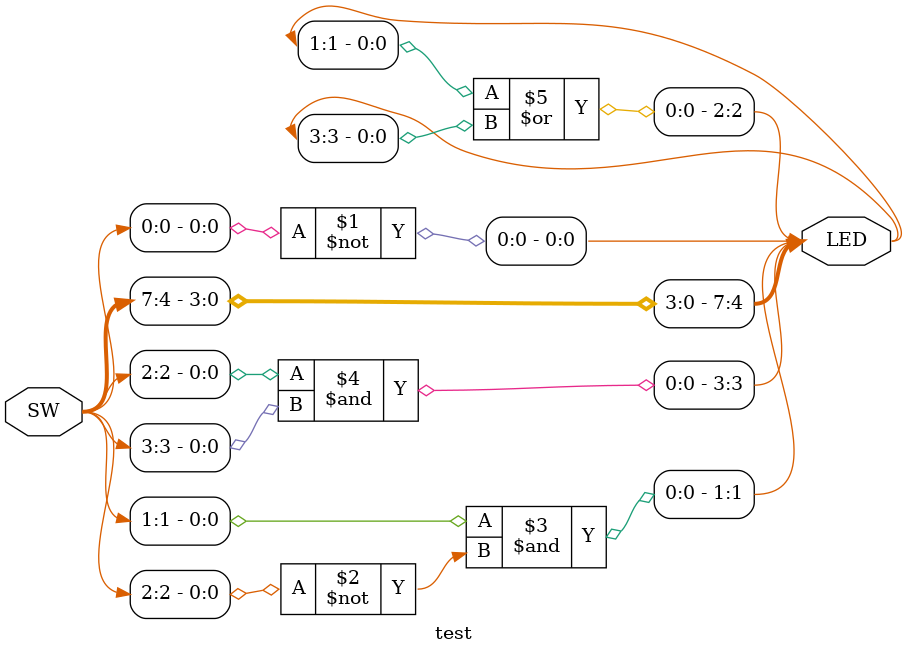
<source format=v>
`timescale 1ns / 1ps


module test(
    input[7:0] SW,
    output[7:0] LED
    );
    assign LED[0] = ~SW[0];
    assign LED[1] = SW[1] & ~SW[2];
    assign LED[3] = SW[2] & SW[3];
    assign LED[2] = LED[1] | LED[3];
    assign LED[7:4] = SW[7:4];
endmodule
//´Ë´¦µÄ¶Ë¿ÚÃûÓëÏÞ¶¨ÎÄ¼þÖÐ±£³ÖÒ»ÖÂ£¬·ñÔòÔËÐÐÊ±»á³öÎÊÌâ

</source>
